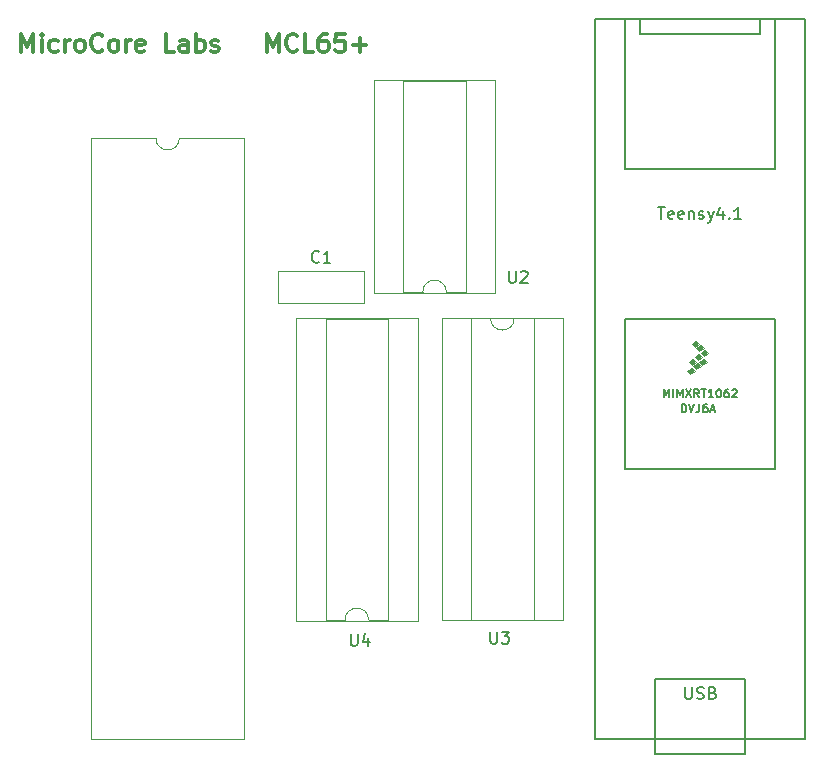
<source format=gto>
G04 #@! TF.GenerationSoftware,KiCad,Pcbnew,(5.1.8)-1*
G04 #@! TF.CreationDate,2020-12-27T21:30:32-08:00*
G04 #@! TF.ProjectId,MCL65+,4d434c36-352b-42e6-9b69-6361645f7063,rev?*
G04 #@! TF.SameCoordinates,Original*
G04 #@! TF.FileFunction,Legend,Top*
G04 #@! TF.FilePolarity,Positive*
%FSLAX46Y46*%
G04 Gerber Fmt 4.6, Leading zero omitted, Abs format (unit mm)*
G04 Created by KiCad (PCBNEW (5.1.8)-1) date 2020-12-27 21:30:32*
%MOMM*%
%LPD*%
G01*
G04 APERTURE LIST*
%ADD10C,0.300000*%
%ADD11C,0.120000*%
%ADD12C,0.150000*%
%ADD13C,0.100000*%
G04 APERTURE END LIST*
D10*
X67257057Y-85641571D02*
X67257057Y-84141571D01*
X67757057Y-85213000D01*
X68257057Y-84141571D01*
X68257057Y-85641571D01*
X68971342Y-85641571D02*
X68971342Y-84641571D01*
X68971342Y-84141571D02*
X68899914Y-84213000D01*
X68971342Y-84284428D01*
X69042771Y-84213000D01*
X68971342Y-84141571D01*
X68971342Y-84284428D01*
X70328485Y-85570142D02*
X70185628Y-85641571D01*
X69899914Y-85641571D01*
X69757057Y-85570142D01*
X69685628Y-85498714D01*
X69614200Y-85355857D01*
X69614200Y-84927285D01*
X69685628Y-84784428D01*
X69757057Y-84713000D01*
X69899914Y-84641571D01*
X70185628Y-84641571D01*
X70328485Y-84713000D01*
X70971342Y-85641571D02*
X70971342Y-84641571D01*
X70971342Y-84927285D02*
X71042771Y-84784428D01*
X71114200Y-84713000D01*
X71257057Y-84641571D01*
X71399914Y-84641571D01*
X72114200Y-85641571D02*
X71971342Y-85570142D01*
X71899914Y-85498714D01*
X71828485Y-85355857D01*
X71828485Y-84927285D01*
X71899914Y-84784428D01*
X71971342Y-84713000D01*
X72114200Y-84641571D01*
X72328485Y-84641571D01*
X72471342Y-84713000D01*
X72542771Y-84784428D01*
X72614200Y-84927285D01*
X72614200Y-85355857D01*
X72542771Y-85498714D01*
X72471342Y-85570142D01*
X72328485Y-85641571D01*
X72114200Y-85641571D01*
X74114200Y-85498714D02*
X74042771Y-85570142D01*
X73828485Y-85641571D01*
X73685628Y-85641571D01*
X73471342Y-85570142D01*
X73328485Y-85427285D01*
X73257057Y-85284428D01*
X73185628Y-84998714D01*
X73185628Y-84784428D01*
X73257057Y-84498714D01*
X73328485Y-84355857D01*
X73471342Y-84213000D01*
X73685628Y-84141571D01*
X73828485Y-84141571D01*
X74042771Y-84213000D01*
X74114200Y-84284428D01*
X74971342Y-85641571D02*
X74828485Y-85570142D01*
X74757057Y-85498714D01*
X74685628Y-85355857D01*
X74685628Y-84927285D01*
X74757057Y-84784428D01*
X74828485Y-84713000D01*
X74971342Y-84641571D01*
X75185628Y-84641571D01*
X75328485Y-84713000D01*
X75399914Y-84784428D01*
X75471342Y-84927285D01*
X75471342Y-85355857D01*
X75399914Y-85498714D01*
X75328485Y-85570142D01*
X75185628Y-85641571D01*
X74971342Y-85641571D01*
X76114200Y-85641571D02*
X76114200Y-84641571D01*
X76114200Y-84927285D02*
X76185628Y-84784428D01*
X76257057Y-84713000D01*
X76399914Y-84641571D01*
X76542771Y-84641571D01*
X77614200Y-85570142D02*
X77471342Y-85641571D01*
X77185628Y-85641571D01*
X77042771Y-85570142D01*
X76971342Y-85427285D01*
X76971342Y-84855857D01*
X77042771Y-84713000D01*
X77185628Y-84641571D01*
X77471342Y-84641571D01*
X77614200Y-84713000D01*
X77685628Y-84855857D01*
X77685628Y-84998714D01*
X76971342Y-85141571D01*
X80185628Y-85641571D02*
X79471342Y-85641571D01*
X79471342Y-84141571D01*
X81328485Y-85641571D02*
X81328485Y-84855857D01*
X81257057Y-84713000D01*
X81114200Y-84641571D01*
X80828485Y-84641571D01*
X80685628Y-84713000D01*
X81328485Y-85570142D02*
X81185628Y-85641571D01*
X80828485Y-85641571D01*
X80685628Y-85570142D01*
X80614200Y-85427285D01*
X80614200Y-85284428D01*
X80685628Y-85141571D01*
X80828485Y-85070142D01*
X81185628Y-85070142D01*
X81328485Y-84998714D01*
X82042771Y-85641571D02*
X82042771Y-84141571D01*
X82042771Y-84713000D02*
X82185628Y-84641571D01*
X82471342Y-84641571D01*
X82614200Y-84713000D01*
X82685628Y-84784428D01*
X82757057Y-84927285D01*
X82757057Y-85355857D01*
X82685628Y-85498714D01*
X82614200Y-85570142D01*
X82471342Y-85641571D01*
X82185628Y-85641571D01*
X82042771Y-85570142D01*
X83328485Y-85570142D02*
X83471342Y-85641571D01*
X83757057Y-85641571D01*
X83899914Y-85570142D01*
X83971342Y-85427285D01*
X83971342Y-85355857D01*
X83899914Y-85213000D01*
X83757057Y-85141571D01*
X83542771Y-85141571D01*
X83399914Y-85070142D01*
X83328485Y-84927285D01*
X83328485Y-84855857D01*
X83399914Y-84713000D01*
X83542771Y-84641571D01*
X83757057Y-84641571D01*
X83899914Y-84713000D01*
X88042771Y-85641571D02*
X88042771Y-84141571D01*
X88542771Y-85213000D01*
X89042771Y-84141571D01*
X89042771Y-85641571D01*
X90614199Y-85498714D02*
X90542771Y-85570142D01*
X90328485Y-85641571D01*
X90185628Y-85641571D01*
X89971342Y-85570142D01*
X89828485Y-85427285D01*
X89757057Y-85284428D01*
X89685628Y-84998714D01*
X89685628Y-84784428D01*
X89757057Y-84498714D01*
X89828485Y-84355857D01*
X89971342Y-84213000D01*
X90185628Y-84141571D01*
X90328485Y-84141571D01*
X90542771Y-84213000D01*
X90614199Y-84284428D01*
X91971342Y-85641571D02*
X91257057Y-85641571D01*
X91257057Y-84141571D01*
X93114199Y-84141571D02*
X92828485Y-84141571D01*
X92685628Y-84213000D01*
X92614199Y-84284428D01*
X92471342Y-84498714D01*
X92399914Y-84784428D01*
X92399914Y-85355857D01*
X92471342Y-85498714D01*
X92542771Y-85570142D01*
X92685628Y-85641571D01*
X92971342Y-85641571D01*
X93114199Y-85570142D01*
X93185628Y-85498714D01*
X93257057Y-85355857D01*
X93257057Y-84998714D01*
X93185628Y-84855857D01*
X93114199Y-84784428D01*
X92971342Y-84713000D01*
X92685628Y-84713000D01*
X92542771Y-84784428D01*
X92471342Y-84855857D01*
X92399914Y-84998714D01*
X94614199Y-84141571D02*
X93899914Y-84141571D01*
X93828485Y-84855857D01*
X93899914Y-84784428D01*
X94042771Y-84713000D01*
X94399914Y-84713000D01*
X94542771Y-84784428D01*
X94614199Y-84855857D01*
X94685628Y-84998714D01*
X94685628Y-85355857D01*
X94614199Y-85498714D01*
X94542771Y-85570142D01*
X94399914Y-85641571D01*
X94042771Y-85641571D01*
X93899914Y-85570142D01*
X93828485Y-85498714D01*
X95328485Y-85070142D02*
X96471342Y-85070142D01*
X95899914Y-85641571D02*
X95899914Y-84498714D01*
D11*
X88999200Y-104192400D02*
X96239200Y-104192400D01*
X88999200Y-106932400D02*
X96239200Y-106932400D01*
X88999200Y-104192400D02*
X88999200Y-106932400D01*
X96239200Y-104192400D02*
X96239200Y-106932400D01*
X97095000Y-106063400D02*
X107375000Y-106063400D01*
X97095000Y-88043400D02*
X97095000Y-106063400D01*
X107375000Y-88043400D02*
X97095000Y-88043400D01*
X107375000Y-106063400D02*
X107375000Y-88043400D01*
X99585000Y-106003400D02*
X101235000Y-106003400D01*
X99585000Y-88103400D02*
X99585000Y-106003400D01*
X104885000Y-88103400D02*
X99585000Y-88103400D01*
X104885000Y-106003400D02*
X104885000Y-88103400D01*
X103235000Y-106003400D02*
X104885000Y-106003400D01*
X101235000Y-106003400D02*
G75*
G02*
X103235000Y-106003400I1000000J0D01*
G01*
X90516400Y-133825600D02*
X100796400Y-133825600D01*
X90516400Y-108185600D02*
X90516400Y-133825600D01*
X100796400Y-108185600D02*
X90516400Y-108185600D01*
X100796400Y-133825600D02*
X100796400Y-108185600D01*
X93006400Y-133765600D02*
X94656400Y-133765600D01*
X93006400Y-108245600D02*
X93006400Y-133765600D01*
X98306400Y-108245600D02*
X93006400Y-108245600D01*
X98306400Y-133765600D02*
X98306400Y-108245600D01*
X96656400Y-133765600D02*
X98306400Y-133765600D01*
X94656400Y-133765600D02*
G75*
G02*
X96656400Y-133765600I1000000J0D01*
G01*
D12*
X118364000Y-120954800D02*
X131064000Y-120954800D01*
X118364000Y-108254800D02*
X118364000Y-120954800D01*
X131064000Y-108254800D02*
X118364000Y-108254800D01*
X131064000Y-120954800D02*
X131064000Y-108254800D01*
X129794000Y-84124800D02*
X129794000Y-82854800D01*
X119634000Y-84124800D02*
X129794000Y-84124800D01*
X119634000Y-82854800D02*
X119634000Y-84124800D01*
X131064000Y-95554800D02*
X131064000Y-82854800D01*
X118364000Y-95554800D02*
X131064000Y-95554800D01*
X118364000Y-82854800D02*
X118364000Y-95554800D01*
X128524000Y-143814800D02*
X128524000Y-145084800D01*
X128524000Y-145084800D02*
X120904000Y-145084800D01*
X120904000Y-145084800D02*
X120904000Y-143814800D01*
X128524000Y-138734800D02*
X120904000Y-138734800D01*
X120904000Y-138734800D02*
X120904000Y-143814800D01*
X128524000Y-138734800D02*
X128524000Y-143814800D01*
X115824000Y-143814800D02*
X115824000Y-82854800D01*
X115824000Y-82854800D02*
X133604000Y-82854800D01*
X133604000Y-82854800D02*
X133604000Y-143814800D01*
X133604000Y-143814800D02*
X115824000Y-143814800D01*
D13*
G36*
X125169000Y-110899800D02*
G01*
X125423000Y-111153800D01*
X125042000Y-111407800D01*
X124788000Y-111153800D01*
X125169000Y-110899800D01*
G37*
X125169000Y-110899800D02*
X125423000Y-111153800D01*
X125042000Y-111407800D01*
X124788000Y-111153800D01*
X125169000Y-110899800D01*
G36*
X124661000Y-111280800D02*
G01*
X124915000Y-111534800D01*
X124534000Y-111788800D01*
X124280000Y-111534800D01*
X124661000Y-111280800D01*
G37*
X124661000Y-111280800D02*
X124915000Y-111534800D01*
X124534000Y-111788800D01*
X124280000Y-111534800D01*
X124661000Y-111280800D01*
G36*
X124153000Y-111661800D02*
G01*
X124407000Y-111915800D01*
X124026000Y-112169800D01*
X123772000Y-111915800D01*
X124153000Y-111661800D01*
G37*
X124153000Y-111661800D02*
X124407000Y-111915800D01*
X124026000Y-112169800D01*
X123772000Y-111915800D01*
X124153000Y-111661800D01*
G36*
X125042000Y-111661800D02*
G01*
X125296000Y-111915800D01*
X124915000Y-112169800D01*
X124661000Y-111915800D01*
X125042000Y-111661800D01*
G37*
X125042000Y-111661800D02*
X125296000Y-111915800D01*
X124915000Y-112169800D01*
X124661000Y-111915800D01*
X125042000Y-111661800D01*
G36*
X124534000Y-112042800D02*
G01*
X124788000Y-112296800D01*
X124407000Y-112550800D01*
X124153000Y-112296800D01*
X124534000Y-112042800D01*
G37*
X124534000Y-112042800D02*
X124788000Y-112296800D01*
X124407000Y-112550800D01*
X124153000Y-112296800D01*
X124534000Y-112042800D01*
G36*
X124026000Y-112423800D02*
G01*
X124280000Y-112677800D01*
X123899000Y-112931800D01*
X123645000Y-112677800D01*
X124026000Y-112423800D01*
G37*
X124026000Y-112423800D02*
X124280000Y-112677800D01*
X123899000Y-112931800D01*
X123645000Y-112677800D01*
X124026000Y-112423800D01*
G36*
X124788000Y-110518800D02*
G01*
X125042000Y-110772800D01*
X124661000Y-111026800D01*
X124407000Y-110772800D01*
X124788000Y-110518800D01*
G37*
X124788000Y-110518800D02*
X125042000Y-110772800D01*
X124661000Y-111026800D01*
X124407000Y-110772800D01*
X124788000Y-110518800D01*
G36*
X124407000Y-110137800D02*
G01*
X124661000Y-110391800D01*
X124280000Y-110645800D01*
X124026000Y-110391800D01*
X124407000Y-110137800D01*
G37*
X124407000Y-110137800D02*
X124661000Y-110391800D01*
X124280000Y-110645800D01*
X124026000Y-110391800D01*
X124407000Y-110137800D01*
D11*
X78629000Y-92954800D02*
X73169000Y-92954800D01*
X73169000Y-92954800D02*
X73169000Y-143874800D01*
X73169000Y-143874800D02*
X86089000Y-143874800D01*
X86089000Y-143874800D02*
X86089000Y-92954800D01*
X86089000Y-92954800D02*
X80629000Y-92954800D01*
X80629000Y-92954800D02*
G75*
G02*
X78629000Y-92954800I-1000000J0D01*
G01*
X106975400Y-108220200D02*
X105325400Y-108220200D01*
X105325400Y-108220200D02*
X105325400Y-133740200D01*
X105325400Y-133740200D02*
X110625400Y-133740200D01*
X110625400Y-133740200D02*
X110625400Y-108220200D01*
X110625400Y-108220200D02*
X108975400Y-108220200D01*
X102835400Y-108160200D02*
X102835400Y-133800200D01*
X102835400Y-133800200D02*
X113115400Y-133800200D01*
X113115400Y-133800200D02*
X113115400Y-108160200D01*
X113115400Y-108160200D02*
X102835400Y-108160200D01*
X108975400Y-108220200D02*
G75*
G02*
X106975400Y-108220200I-1000000J0D01*
G01*
D12*
X92452533Y-103419542D02*
X92404914Y-103467161D01*
X92262057Y-103514780D01*
X92166819Y-103514780D01*
X92023961Y-103467161D01*
X91928723Y-103371923D01*
X91881104Y-103276685D01*
X91833485Y-103086209D01*
X91833485Y-102943352D01*
X91881104Y-102752876D01*
X91928723Y-102657638D01*
X92023961Y-102562400D01*
X92166819Y-102514780D01*
X92262057Y-102514780D01*
X92404914Y-102562400D01*
X92452533Y-102610019D01*
X93404914Y-103514780D02*
X92833485Y-103514780D01*
X93119200Y-103514780D02*
X93119200Y-102514780D01*
X93023961Y-102657638D01*
X92928723Y-102752876D01*
X92833485Y-102800495D01*
X108534295Y-104227380D02*
X108534295Y-105036904D01*
X108581914Y-105132142D01*
X108629533Y-105179761D01*
X108724771Y-105227380D01*
X108915247Y-105227380D01*
X109010485Y-105179761D01*
X109058104Y-105132142D01*
X109105723Y-105036904D01*
X109105723Y-104227380D01*
X109534295Y-104322619D02*
X109581914Y-104275000D01*
X109677152Y-104227380D01*
X109915247Y-104227380D01*
X110010485Y-104275000D01*
X110058104Y-104322619D01*
X110105723Y-104417857D01*
X110105723Y-104513095D01*
X110058104Y-104655952D01*
X109486676Y-105227380D01*
X110105723Y-105227380D01*
X95148495Y-134935980D02*
X95148495Y-135745504D01*
X95196114Y-135840742D01*
X95243733Y-135888361D01*
X95338971Y-135935980D01*
X95529447Y-135935980D01*
X95624685Y-135888361D01*
X95672304Y-135840742D01*
X95719923Y-135745504D01*
X95719923Y-134935980D01*
X96624685Y-135269314D02*
X96624685Y-135935980D01*
X96386590Y-134888361D02*
X96148495Y-135602647D01*
X96767542Y-135602647D01*
X121142571Y-98817180D02*
X121714000Y-98817180D01*
X121428285Y-99817180D02*
X121428285Y-98817180D01*
X122428285Y-99769561D02*
X122333047Y-99817180D01*
X122142571Y-99817180D01*
X122047333Y-99769561D01*
X121999714Y-99674323D01*
X121999714Y-99293371D01*
X122047333Y-99198133D01*
X122142571Y-99150514D01*
X122333047Y-99150514D01*
X122428285Y-99198133D01*
X122475904Y-99293371D01*
X122475904Y-99388609D01*
X121999714Y-99483847D01*
X123285428Y-99769561D02*
X123190190Y-99817180D01*
X122999714Y-99817180D01*
X122904476Y-99769561D01*
X122856857Y-99674323D01*
X122856857Y-99293371D01*
X122904476Y-99198133D01*
X122999714Y-99150514D01*
X123190190Y-99150514D01*
X123285428Y-99198133D01*
X123333047Y-99293371D01*
X123333047Y-99388609D01*
X122856857Y-99483847D01*
X123761619Y-99150514D02*
X123761619Y-99817180D01*
X123761619Y-99245752D02*
X123809238Y-99198133D01*
X123904476Y-99150514D01*
X124047333Y-99150514D01*
X124142571Y-99198133D01*
X124190190Y-99293371D01*
X124190190Y-99817180D01*
X124618761Y-99769561D02*
X124714000Y-99817180D01*
X124904476Y-99817180D01*
X124999714Y-99769561D01*
X125047333Y-99674323D01*
X125047333Y-99626704D01*
X124999714Y-99531466D01*
X124904476Y-99483847D01*
X124761619Y-99483847D01*
X124666380Y-99436228D01*
X124618761Y-99340990D01*
X124618761Y-99293371D01*
X124666380Y-99198133D01*
X124761619Y-99150514D01*
X124904476Y-99150514D01*
X124999714Y-99198133D01*
X125380666Y-99150514D02*
X125618761Y-99817180D01*
X125856857Y-99150514D02*
X125618761Y-99817180D01*
X125523523Y-100055276D01*
X125475904Y-100102895D01*
X125380666Y-100150514D01*
X126666380Y-99150514D02*
X126666380Y-99817180D01*
X126428285Y-98769561D02*
X126190190Y-99483847D01*
X126809238Y-99483847D01*
X127190190Y-99721942D02*
X127237809Y-99769561D01*
X127190190Y-99817180D01*
X127142571Y-99769561D01*
X127190190Y-99721942D01*
X127190190Y-99817180D01*
X128190190Y-99817180D02*
X127618761Y-99817180D01*
X127904476Y-99817180D02*
X127904476Y-98817180D01*
X127809238Y-98960038D01*
X127714000Y-99055276D01*
X127618761Y-99102895D01*
X123150666Y-116191466D02*
X123150666Y-115491466D01*
X123317333Y-115491466D01*
X123417333Y-115524800D01*
X123484000Y-115591466D01*
X123517333Y-115658133D01*
X123550666Y-115791466D01*
X123550666Y-115891466D01*
X123517333Y-116024800D01*
X123484000Y-116091466D01*
X123417333Y-116158133D01*
X123317333Y-116191466D01*
X123150666Y-116191466D01*
X123750666Y-115491466D02*
X123984000Y-116191466D01*
X124217333Y-115491466D01*
X124650666Y-115491466D02*
X124650666Y-115991466D01*
X124617333Y-116091466D01*
X124550666Y-116158133D01*
X124450666Y-116191466D01*
X124384000Y-116191466D01*
X125284000Y-115491466D02*
X125150666Y-115491466D01*
X125084000Y-115524800D01*
X125050666Y-115558133D01*
X124984000Y-115658133D01*
X124950666Y-115791466D01*
X124950666Y-116058133D01*
X124984000Y-116124800D01*
X125017333Y-116158133D01*
X125084000Y-116191466D01*
X125217333Y-116191466D01*
X125284000Y-116158133D01*
X125317333Y-116124800D01*
X125350666Y-116058133D01*
X125350666Y-115891466D01*
X125317333Y-115824800D01*
X125284000Y-115791466D01*
X125217333Y-115758133D01*
X125084000Y-115758133D01*
X125017333Y-115791466D01*
X124984000Y-115824800D01*
X124950666Y-115891466D01*
X125617333Y-115991466D02*
X125950666Y-115991466D01*
X125550666Y-116191466D02*
X125784000Y-115491466D01*
X126017333Y-116191466D01*
X121630666Y-114921466D02*
X121630666Y-114221466D01*
X121864000Y-114721466D01*
X122097333Y-114221466D01*
X122097333Y-114921466D01*
X122430666Y-114921466D02*
X122430666Y-114221466D01*
X122764000Y-114921466D02*
X122764000Y-114221466D01*
X122997333Y-114721466D01*
X123230666Y-114221466D01*
X123230666Y-114921466D01*
X123497333Y-114221466D02*
X123964000Y-114921466D01*
X123964000Y-114221466D02*
X123497333Y-114921466D01*
X124630666Y-114921466D02*
X124397333Y-114588133D01*
X124230666Y-114921466D02*
X124230666Y-114221466D01*
X124497333Y-114221466D01*
X124564000Y-114254800D01*
X124597333Y-114288133D01*
X124630666Y-114354800D01*
X124630666Y-114454800D01*
X124597333Y-114521466D01*
X124564000Y-114554800D01*
X124497333Y-114588133D01*
X124230666Y-114588133D01*
X124830666Y-114221466D02*
X125230666Y-114221466D01*
X125030666Y-114921466D02*
X125030666Y-114221466D01*
X125830666Y-114921466D02*
X125430666Y-114921466D01*
X125630666Y-114921466D02*
X125630666Y-114221466D01*
X125564000Y-114321466D01*
X125497333Y-114388133D01*
X125430666Y-114421466D01*
X126264000Y-114221466D02*
X126330666Y-114221466D01*
X126397333Y-114254800D01*
X126430666Y-114288133D01*
X126464000Y-114354800D01*
X126497333Y-114488133D01*
X126497333Y-114654800D01*
X126464000Y-114788133D01*
X126430666Y-114854800D01*
X126397333Y-114888133D01*
X126330666Y-114921466D01*
X126264000Y-114921466D01*
X126197333Y-114888133D01*
X126164000Y-114854800D01*
X126130666Y-114788133D01*
X126097333Y-114654800D01*
X126097333Y-114488133D01*
X126130666Y-114354800D01*
X126164000Y-114288133D01*
X126197333Y-114254800D01*
X126264000Y-114221466D01*
X127097333Y-114221466D02*
X126964000Y-114221466D01*
X126897333Y-114254800D01*
X126864000Y-114288133D01*
X126797333Y-114388133D01*
X126764000Y-114521466D01*
X126764000Y-114788133D01*
X126797333Y-114854800D01*
X126830666Y-114888133D01*
X126897333Y-114921466D01*
X127030666Y-114921466D01*
X127097333Y-114888133D01*
X127130666Y-114854800D01*
X127164000Y-114788133D01*
X127164000Y-114621466D01*
X127130666Y-114554800D01*
X127097333Y-114521466D01*
X127030666Y-114488133D01*
X126897333Y-114488133D01*
X126830666Y-114521466D01*
X126797333Y-114554800D01*
X126764000Y-114621466D01*
X127430666Y-114288133D02*
X127464000Y-114254800D01*
X127530666Y-114221466D01*
X127697333Y-114221466D01*
X127764000Y-114254800D01*
X127797333Y-114288133D01*
X127830666Y-114354800D01*
X127830666Y-114421466D01*
X127797333Y-114521466D01*
X127397333Y-114921466D01*
X127830666Y-114921466D01*
X123452095Y-139457180D02*
X123452095Y-140266704D01*
X123499714Y-140361942D01*
X123547333Y-140409561D01*
X123642571Y-140457180D01*
X123833047Y-140457180D01*
X123928285Y-140409561D01*
X123975904Y-140361942D01*
X124023523Y-140266704D01*
X124023523Y-139457180D01*
X124452095Y-140409561D02*
X124594952Y-140457180D01*
X124833047Y-140457180D01*
X124928285Y-140409561D01*
X124975904Y-140361942D01*
X125023523Y-140266704D01*
X125023523Y-140171466D01*
X124975904Y-140076228D01*
X124928285Y-140028609D01*
X124833047Y-139980990D01*
X124642571Y-139933371D01*
X124547333Y-139885752D01*
X124499714Y-139838133D01*
X124452095Y-139742895D01*
X124452095Y-139647657D01*
X124499714Y-139552419D01*
X124547333Y-139504800D01*
X124642571Y-139457180D01*
X124880666Y-139457180D01*
X125023523Y-139504800D01*
X125785428Y-139933371D02*
X125928285Y-139980990D01*
X125975904Y-140028609D01*
X126023523Y-140123847D01*
X126023523Y-140266704D01*
X125975904Y-140361942D01*
X125928285Y-140409561D01*
X125833047Y-140457180D01*
X125452095Y-140457180D01*
X125452095Y-139457180D01*
X125785428Y-139457180D01*
X125880666Y-139504800D01*
X125928285Y-139552419D01*
X125975904Y-139647657D01*
X125975904Y-139742895D01*
X125928285Y-139838133D01*
X125880666Y-139885752D01*
X125785428Y-139933371D01*
X125452095Y-139933371D01*
X106959495Y-134758180D02*
X106959495Y-135567704D01*
X107007114Y-135662942D01*
X107054733Y-135710561D01*
X107149971Y-135758180D01*
X107340447Y-135758180D01*
X107435685Y-135710561D01*
X107483304Y-135662942D01*
X107530923Y-135567704D01*
X107530923Y-134758180D01*
X107911876Y-134758180D02*
X108530923Y-134758180D01*
X108197590Y-135139133D01*
X108340447Y-135139133D01*
X108435685Y-135186752D01*
X108483304Y-135234371D01*
X108530923Y-135329609D01*
X108530923Y-135567704D01*
X108483304Y-135662942D01*
X108435685Y-135710561D01*
X108340447Y-135758180D01*
X108054733Y-135758180D01*
X107959495Y-135710561D01*
X107911876Y-135662942D01*
M02*

</source>
